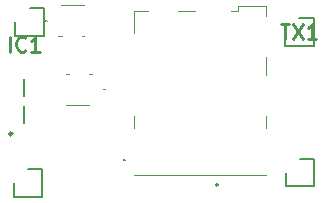
<source format=gbr>
G04 #@! TF.GenerationSoftware,KiCad,Pcbnew,(5.1.6)-1*
G04 #@! TF.CreationDate,2021-09-25T22:06:40+02:00*
G04 #@! TF.ProjectId,nrfmodule,6e72666d-6f64-4756-9c65-2e6b69636164,rev?*
G04 #@! TF.SameCoordinates,Original*
G04 #@! TF.FileFunction,Legend,Top*
G04 #@! TF.FilePolarity,Positive*
%FSLAX46Y46*%
G04 Gerber Fmt 4.6, Leading zero omitted, Abs format (unit mm)*
G04 Created by KiCad (PCBNEW (5.1.6)-1) date 2021-09-25 22:06:40*
%MOMM*%
%LPD*%
G01*
G04 APERTURE LIST*
%ADD10C,0.100000*%
%ADD11C,0.200000*%
%ADD12C,0.250000*%
%ADD13C,0.254000*%
G04 APERTURE END LIST*
D10*
G04 #@! TO.C,U.FL2*
X148425000Y-99400000D02*
G75*
G03*
X148525000Y-99400000I50000J0D01*
G01*
X148525000Y-99400000D02*
G75*
G03*
X148425000Y-99400000I-50000J0D01*
G01*
X147225000Y-100700000D02*
X145273000Y-100700000D01*
X147168000Y-98100000D02*
X147475000Y-98100000D01*
X145475000Y-98100000D02*
X145273000Y-98100000D01*
X148425000Y-99400000D02*
X148425000Y-99400000D01*
X148525000Y-99400000D02*
X148525000Y-99400000D01*
D11*
G04 #@! TO.C,220uF1*
X141690000Y-102250000D02*
X141690000Y-100850000D01*
G04 #@! TO.C,220uF2*
X141670000Y-99940000D02*
X141670000Y-98540000D01*
D12*
G04 #@! TO.C,5.0V1*
X140695000Y-103175000D02*
G75*
G03*
X140695000Y-103175000I-125000J0D01*
G01*
D11*
G04 #@! TO.C,5V+1*
X140818000Y-107360000D02*
X140818000Y-108528000D01*
X140818000Y-108528000D02*
X143243000Y-108528000D01*
X143243000Y-108528000D02*
X143243000Y-106192000D01*
X143243000Y-106192000D02*
X142030000Y-106192000D01*
G04 #@! TO.C,GND1*
X140968000Y-93700000D02*
X140968000Y-94868000D01*
X140968000Y-94868000D02*
X143393000Y-94868000D01*
X143393000Y-94868000D02*
X143393000Y-92532000D01*
X143393000Y-92532000D02*
X142180000Y-92532000D01*
D10*
G04 #@! TO.C,IC1*
X142520000Y-95740000D02*
X142520000Y-95740000D01*
X142520000Y-95840000D02*
X142520000Y-95840000D01*
X142520000Y-95840000D02*
G75*
G02*
X142520000Y-95740000I0J50000D01*
G01*
X142520000Y-95740000D02*
G75*
G02*
X142520000Y-95840000I0J-50000D01*
G01*
G04 #@! TO.C,NANOSIM1*
X162210000Y-96680000D02*
X162210000Y-98180000D01*
X162210000Y-101680000D02*
X162210000Y-102680000D01*
X151010000Y-106680000D02*
X162185000Y-106680000D01*
X151010000Y-101680000D02*
X151010000Y-102680000D01*
X151010000Y-94680000D02*
X151010000Y-92780000D01*
X151010000Y-92780000D02*
X152210000Y-92780000D01*
X154710000Y-92780000D02*
X156210000Y-92780000D01*
X159210000Y-92780000D02*
X159822000Y-92780000D01*
X159822000Y-92780000D02*
X159822000Y-92330000D01*
X159822000Y-92330000D02*
X162210000Y-92330000D01*
X162210000Y-92330000D02*
X162210000Y-93180000D01*
D11*
X157910000Y-107480000D02*
X157910000Y-107480000D01*
X158110000Y-107480000D02*
X158110000Y-107480000D01*
X157910000Y-107480000D02*
G75*
G03*
X158110000Y-107480000I100000J0D01*
G01*
X158110000Y-107480000D02*
G75*
G03*
X157910000Y-107480000I-100000J0D01*
G01*
G04 #@! TO.C,RX1*
X163848000Y-106460000D02*
X163848000Y-107628000D01*
X163848000Y-107628000D02*
X166273000Y-107628000D01*
X166273000Y-107628000D02*
X166273000Y-105292000D01*
X166273000Y-105292000D02*
X165060000Y-105292000D01*
G04 #@! TO.C,SIMESDPROTECT1*
X150140000Y-105400000D02*
X150140000Y-105400000D01*
X150240000Y-105400000D02*
X150240000Y-105400000D01*
X150140000Y-105400000D02*
X150140000Y-105400000D01*
X150240000Y-105400000D02*
G75*
G02*
X150140000Y-105400000I-50000J0D01*
G01*
X150140000Y-105400000D02*
G75*
G02*
X150240000Y-105400000I50000J0D01*
G01*
X150240000Y-105400000D02*
G75*
G02*
X150140000Y-105400000I-50000J0D01*
G01*
G04 #@! TO.C,TX1*
X163788000Y-94560000D02*
X163788000Y-95728000D01*
X163788000Y-95728000D02*
X166213000Y-95728000D01*
X166213000Y-95728000D02*
X166213000Y-93392000D01*
X166213000Y-93392000D02*
X165000000Y-93392000D01*
D10*
G04 #@! TO.C,U.FL1*
X144815000Y-92300000D02*
X146767000Y-92300000D01*
X144872000Y-94900000D02*
X144565000Y-94900000D01*
X146565000Y-94900000D02*
X146767000Y-94900000D01*
X143615000Y-93600000D02*
X143615000Y-93600000D01*
X143515000Y-93600000D02*
X143515000Y-93600000D01*
X143615000Y-93600000D02*
G75*
G03*
X143515000Y-93600000I-50000J0D01*
G01*
X143515000Y-93600000D02*
G75*
G03*
X143615000Y-93600000I50000J0D01*
G01*
G04 #@! TO.C,IC1*
D13*
X140480238Y-96214523D02*
X140480238Y-94944523D01*
X141810714Y-96093571D02*
X141750238Y-96154047D01*
X141568809Y-96214523D01*
X141447857Y-96214523D01*
X141266428Y-96154047D01*
X141145476Y-96033095D01*
X141085000Y-95912142D01*
X141024523Y-95670238D01*
X141024523Y-95488809D01*
X141085000Y-95246904D01*
X141145476Y-95125952D01*
X141266428Y-95005000D01*
X141447857Y-94944523D01*
X141568809Y-94944523D01*
X141750238Y-95005000D01*
X141810714Y-95065476D01*
X143020238Y-96214523D02*
X142294523Y-96214523D01*
X142657380Y-96214523D02*
X142657380Y-94944523D01*
X142536428Y-95125952D01*
X142415476Y-95246904D01*
X142294523Y-95307380D01*
G04 #@! TO.C,TX1*
X163427619Y-93864523D02*
X164153333Y-93864523D01*
X163790476Y-95134523D02*
X163790476Y-93864523D01*
X164455714Y-93864523D02*
X165302380Y-95134523D01*
X165302380Y-93864523D02*
X164455714Y-95134523D01*
X166451428Y-95134523D02*
X165725714Y-95134523D01*
X166088571Y-95134523D02*
X166088571Y-93864523D01*
X165967619Y-94045952D01*
X165846666Y-94166904D01*
X165725714Y-94227380D01*
G04 #@! TD*
M02*

</source>
